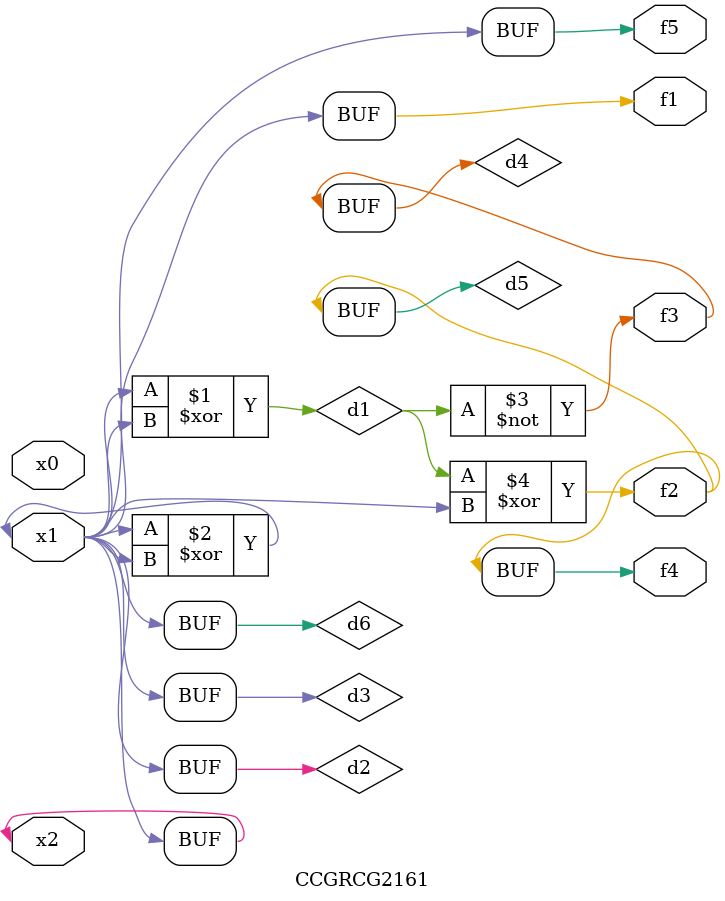
<source format=v>
module CCGRCG2161(
	input x0, x1, x2,
	output f1, f2, f3, f4, f5
);

	wire d1, d2, d3, d4, d5, d6;

	xor (d1, x1, x2);
	buf (d2, x1, x2);
	xor (d3, x1, x2);
	nor (d4, d1);
	xor (d5, d1, d2);
	buf (d6, d2, d3);
	assign f1 = d6;
	assign f2 = d5;
	assign f3 = d4;
	assign f4 = d5;
	assign f5 = d6;
endmodule

</source>
